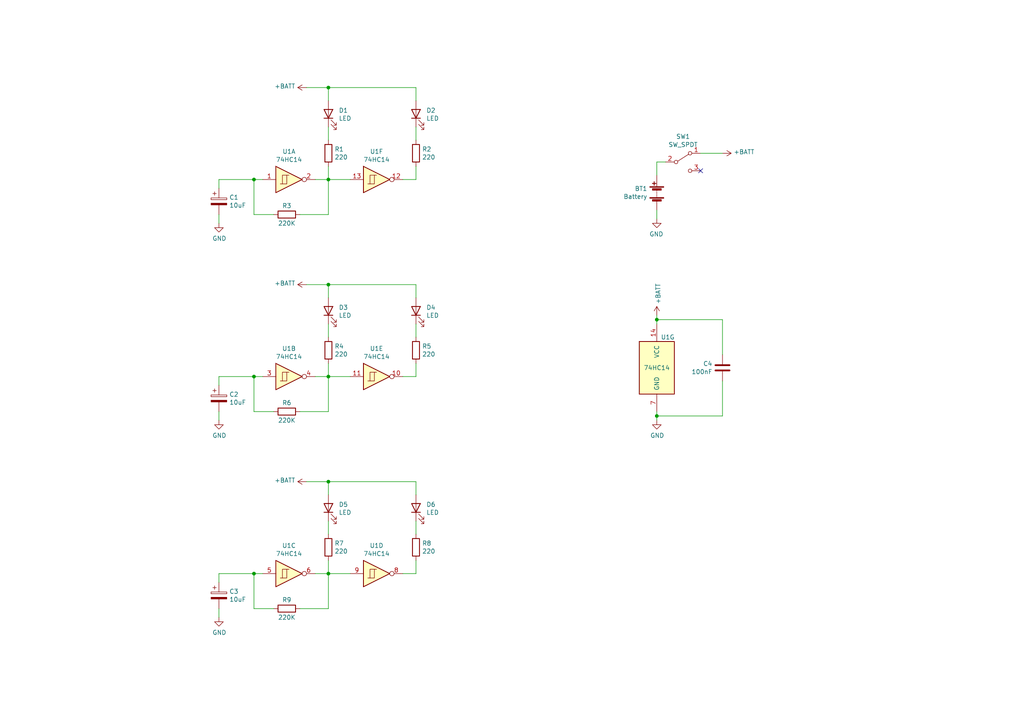
<source format=kicad_sch>
(kicad_sch (version 20211123) (generator eeschema)
  (paper "A4")
  (title_block (title "PCB CON LUCES LED") (date "2022-01-03") (rev "R3") (company "www.picuino.com") (comment 1 "Licencia Creative Commons Attribution-ShareAlike 4.0 International") (comment 2 "Autor: Carlos Pardo Martín"))
  (lib_symbols
    (symbol "74xx:74HC14" (pin_names (offset 1.016))
      (property "Reference" "U" (at 0 1.27 0))
      (property "Value" "74HC14" (at 0 -1.27 0))
      (symbol "74HC14_1_0"
        (polyline (pts (xy -3.81 3.81) (xy -3.81 -3.81) (xy 3.81 0) (xy -3.81 3.81)) (stroke (width 0.254)) (fill (type background)))
        (pin input line (at -7.62 0 0) (length 3.81) (name "~") (number "1"))
        (pin output inverted (at 7.62 0 180) (length 3.81) (name "~") (number "2"))
      )
      (symbol "74HC14_1_1"
        (polyline (pts (xy -1.905 -1.27) (xy -1.905 1.27) (xy -0.635 1.27)))
        (polyline (pts (xy -2.54 -1.27) (xy -0.635 -1.27) (xy -0.635 1.27) (xy 0 1.27)))
      )
      (symbol "74HC14_2_0"
        (polyline (pts (xy -3.81 3.81) (xy -3.81 -3.81) (xy 3.81 0) (xy -3.81 3.81)) (stroke (width 0.254)) (fill (type background)))
        (pin input line (at -7.62 0 0) (length 3.81) (name "~") (number "3"))
        (pin output inverted (at 7.62 0 180) (length 3.81) (name "~") (number "4"))
      )
      (symbol "74HC14_2_1"
        (polyline (pts (xy -1.905 -1.27) (xy -1.905 1.27) (xy -0.635 1.27)))
        (polyline (pts (xy -2.54 -1.27) (xy -0.635 -1.27) (xy -0.635 1.27) (xy 0 1.27)))
      )
      (symbol "74HC14_3_0"
        (polyline (pts (xy -3.81 3.81) (xy -3.81 -3.81) (xy 3.81 0) (xy -3.81 3.81)) (stroke (width 0.254)) (fill (type background)))
        (pin input line (at -7.62 0 0) (length 3.81) (name "~") (number "5"))
        (pin output inverted (at 7.62 0 180) (length 3.81) (name "~") (number "6"))
      )
      (symbol "74HC14_3_1"
        (polyline (pts (xy -1.905 -1.27) (xy -1.905 1.27) (xy -0.635 1.27)))
        (polyline (pts (xy -2.54 -1.27) (xy -0.635 -1.27) (xy -0.635 1.27) (xy 0 1.27)))
      )
      (symbol "74HC14_4_0"
        (polyline (pts (xy -3.81 3.81) (xy -3.81 -3.81) (xy 3.81 0) (xy -3.81 3.81)) (stroke (width 0.254)) (fill (type background)))
        (pin output inverted (at 7.62 0 180) (length 3.81) (name "~") (number "8"))
        (pin input line (at -7.62 0 0) (length 3.81) (name "~") (number "9"))
      )
      (symbol "74HC14_4_1"
        (polyline (pts (xy -1.905 -1.27) (xy -1.905 1.27) (xy -0.635 1.27)))
        (polyline (pts (xy -2.54 -1.27) (xy -0.635 -1.27) (xy -0.635 1.27) (xy 0 1.27)))
      )
      (symbol "74HC14_5_0"
        (polyline (pts (xy -3.81 3.81) (xy -3.81 -3.81) (xy 3.81 0) (xy -3.81 3.81)) (stroke (width 0.254)) (fill (type background)))
        (pin output inverted (at 7.62 0 180) (length 3.81) (name "~") (number "10"))
        (pin input line (at -7.62 0 0) (length 3.81) (name "~") (number "11"))
      )
      (symbol "74HC14_5_1"
        (polyline (pts (xy -1.905 -1.27) (xy -1.905 1.27) (xy -0.635 1.27)))
        (polyline (pts (xy -2.54 -1.27) (xy -0.635 -1.27) (xy -0.635 1.27) (xy 0 1.27)))
      )
      (symbol "74HC14_6_0"
        (polyline (pts (xy -3.81 3.81) (xy -3.81 -3.81) (xy 3.81 0) (xy -3.81 3.81)) (stroke (width 0.254)) (fill (type background)))
        (pin output inverted (at 7.62 0 180) (length 3.81) (name "~") (number "12"))
        (pin input line (at -7.62 0 0) (length 3.81) (name "~") (number "13"))
      )
      (symbol "74HC14_6_1"
        (polyline (pts (xy -1.905 -1.27) (xy -1.905 1.27) (xy -0.635 1.27)))
        (polyline (pts (xy -2.54 -1.27) (xy -0.635 -1.27) (xy -0.635 1.27) (xy 0 1.27)))
      )
      (symbol "74HC14_7_0"
        (pin power_in line (at 0 12.7 270) (length 5.08) (name "VCC") (number "14"))
        (pin power_in line (at 0 -12.7 90) (length 5.08) (name "GND") (number "7"))
      )
      (symbol "74HC14_7_1"
        (rectangle (start -5.08 7.62) (end 5.08 -7.62) (stroke (width 0.254)) (fill (type background)))
      )
    )
    (symbol "Device:Battery" (pin_numbers hide) (pin_names (offset 0) hide)
      (property "Reference" "BT" (at 2.54 2.54 0))
      (property "Value" "Battery" (at 2.54 0 0))
      (symbol "Battery_0_1"
        (rectangle (start -2.032 -1.397) (end 2.032 -1.651) (fill (type outline)))
        (rectangle (start -2.032 1.778) (end 2.032 1.524) (fill (type outline)))
        (rectangle (start -1.3208 -1.9812) (end 1.27 -2.4892) (fill (type outline)))
        (rectangle (start -1.3208 1.1938) (end 1.27 0.6858) (fill (type outline)))
        (polyline (pts (xy 0 -1.524) (xy 0 -1.27)))
        (polyline (pts (xy 0 -1.016) (xy 0 -0.762)))
        (polyline (pts (xy 0 -0.508) (xy 0 -0.254)))
        (polyline (pts (xy 0 0) (xy 0 0.254)))
        (polyline (pts (xy 0 0.508) (xy 0 0.762)))
        (polyline (pts (xy 0 1.778) (xy 0 2.54)))
        (polyline (pts (xy 0.254 2.667) (xy 1.27 2.667)) (stroke (width 0.254)))
        (polyline (pts (xy 0.762 3.175) (xy 0.762 2.159)) (stroke (width 0.254)))
      )
      (symbol "Battery_1_1"
        (pin passive line (at 0 5.08 270) (length 2.54) (name "+") (number "1"))
        (pin passive line (at 0 -5.08 90) (length 2.54) (name "-") (number "2"))
      )
    )
    (symbol "Device:C" (pin_numbers hide) (pin_names (offset 0.254))
      (property "Reference" "C" (at 0.635 2.54 0))
      (property "Value" "C" (at 0.635 -2.54 0))
      (symbol "C_0_1"
        (polyline (pts (xy -2.032 -0.762) (xy 2.032 -0.762)) (stroke (width 0.508)))
        (polyline (pts (xy -2.032 0.762) (xy 2.032 0.762)) (stroke (width 0.508)))
      )
      (symbol "C_1_1"
        (pin passive line (at 0 3.81 270) (length 2.794) (name "~") (number "1"))
        (pin passive line (at 0 -3.81 90) (length 2.794) (name "~") (number "2"))
      )
    )
    (symbol "Device:LED" (pin_numbers hide) (pin_names (offset 1.016) hide)
      (property "Reference" "D" (at 0 2.54 0))
      (property "Value" "LED" (at 0 -2.54 0))
      (symbol "LED_0_1"
        (polyline (pts (xy -1.27 -1.27) (xy -1.27 1.27)) (stroke (width 0.254)))
        (polyline (pts (xy -1.27 0) (xy 1.27 0)))
        (polyline (pts (xy 1.27 -1.27) (xy 1.27 1.27) (xy -1.27 0) (xy 1.27 -1.27)) (stroke (width 0.254)))
        (polyline (pts (xy -3.048 -0.762) (xy -4.572 -2.286) (xy -3.81 -2.286) (xy -4.572 -2.286) (xy -4.572 -1.524)))
        (polyline (pts (xy -1.778 -0.762) (xy -3.302 -2.286) (xy -2.54 -2.286) (xy -3.302 -2.286) (xy -3.302 -1.524)))
      )
      (symbol "LED_1_1"
        (pin passive line (at -3.81 0 0) (length 2.54) (name "K") (number "1"))
        (pin passive line (at 3.81 0 180) (length 2.54) (name "A") (number "2"))
      )
    )
    (symbol "Device:R" (pin_numbers hide) (pin_names (offset 0))
      (property "Reference" "R" (at 2.032 0 90))
      (property "Value" "R" (at 0 0 90))
      (symbol "R_0_1"
        (rectangle (start -1.016 -2.54) (end 1.016 2.54) (stroke (width 0.254)))
      )
      (symbol "R_1_1"
        (pin passive line (at 0 3.81 270) (length 1.27) (name "~") (number "1"))
        (pin passive line (at 0 -3.81 90) (length 1.27) (name "~") (number "2"))
      )
    )
    (symbol "Switch:SW_SPDT" (pin_names (offset 0) hide)
      (property "Reference" "SW" (at 0 4.318 0))
      (property "Value" "SW_SPDT" (at 0 -5.08 0))
      (symbol "SW_SPDT_0_0"
        (circle (center -2.032 0) (radius 0.508))
        (circle (center 2.032 -2.54) (radius 0.508))
      )
      (symbol "SW_SPDT_0_1"
        (polyline (pts (xy -1.524 0.254) (xy 1.651 2.286)))
        (circle (center 2.032 2.54) (radius 0.508))
      )
      (symbol "SW_SPDT_1_1"
        (pin passive line (at 5.08 2.54 180) (length 2.54) (name "A") (number "1"))
        (pin passive line (at -5.08 0 0) (length 2.54) (name "B") (number "2"))
        (pin passive line (at 5.08 -2.54 180) (length 2.54) (name "C") (number "3"))
      )
    )
    (symbol "electric-pcb-luces-led-rescue:CP-Device" (pin_numbers hide) (pin_names (offset 0.254))
      (property "Reference" "C" (at 0.635 2.54 0))
      (property "Value" "CP-Device" (at 0.635 -2.54 0))
      (symbol "CP-Device_0_1"
        (rectangle (start -2.286 0.508) (end 2.286 1.016))
        (polyline (pts (xy -1.778 2.286) (xy -0.762 2.286)))
        (polyline (pts (xy -1.27 2.794) (xy -1.27 1.778)))
        (rectangle (start 2.286 -0.508) (end -2.286 -1.016) (fill (type outline)))
      )
      (symbol "CP-Device_1_1"
        (pin passive line (at 0 3.81 270) (length 2.794) (name "~") (number "1"))
        (pin passive line (at 0 -3.81 90) (length 2.794) (name "~") (number "2"))
      )
    )
    (symbol "power:+BATT" (power) (pin_names (offset 0))
      (property "Value" "+BATT" (at 0 3.556 0))
      (symbol "+BATT_0_1"
        (polyline (pts (xy -0.762 1.27) (xy 0 2.54)))
        (polyline (pts (xy 0 0) (xy 0 2.54)))
        (polyline (pts (xy 0 2.54) (xy 0.762 1.27)))
      )
      (symbol "+BATT_1_1"
        (pin power_in line (at 0 0 90) (length 0) hide (name "+BATT") (number "1"))
      )
    )
    (symbol "power:GND" (power) (pin_names (offset 0))
      (property "Value" "GND" (at 0 -3.81 0))
      (symbol "GND_0_1"
        (polyline (pts (xy 0 0) (xy 0 -1.27) (xy 1.27 -1.27) (xy 0 -2.54) (xy -1.27 -1.27) (xy 0 -1.27)))
      )
      (symbol "GND_1_1"
        (pin power_in line (at 0 0 270) (length 0) hide (name "GND") (number "1"))
      )
    )
  )
  (junction (at 95.25 82.55))
  (junction (at 95.25 139.7))
  (junction (at 190.5 120.65))
  (junction (at 95.25 52.07))
  (junction (at 95.25 25.4))
  (junction (at 73.66 109.22))
  (junction (at 73.66 52.07))
  (junction (at 95.25 109.22))
  (junction (at 73.66 166.37))
  (junction (at 190.5 92.71))
  (junction (at 95.25 166.37))
  (no_connect (at 203.2 49.53))
  (wire (pts (xy 95.25 25.4) (xy 88.9 25.4)))
  (wire (pts (xy 63.5 52.07) (xy 73.66 52.07)))
  (wire (pts (xy 209.55 110.49) (xy 209.55 120.65)))
  (wire (pts (xy 73.66 109.22) (xy 76.2 109.22)))
  (wire (pts (xy 95.25 151.13) (xy 95.25 154.94)))
  (wire (pts (xy 95.25 109.22) (xy 95.25 119.38)))
  (wire (pts (xy 95.25 93.98) (xy 95.25 97.79)))
  (wire (pts (xy 190.5 120.65) (xy 209.55 120.65)))
  (wire (pts (xy 95.25 105.41) (xy 95.25 109.22)))
  (wire (pts (xy 95.25 52.07) (xy 91.44 52.07)))
  (wire (pts (xy 116.84 166.37) (xy 120.65 166.37)))
  (wire (pts (xy 120.65 166.37) (xy 120.65 162.56)))
  (wire (pts (xy 95.25 82.55) (xy 88.9 82.55)))
  (wire (pts (xy 95.25 52.07) (xy 101.6 52.07)))
  (wire (pts (xy 86.995 119.38) (xy 95.25 119.38)))
  (wire (pts (xy 190.5 46.99) (xy 190.5 50.8)))
  (wire (pts (xy 120.65 93.98) (xy 120.65 97.79)))
  (wire (pts (xy 63.5 166.37) (xy 73.66 166.37)))
  (wire (pts (xy 193.04 46.99) (xy 190.5 46.99)))
  (wire (pts (xy 95.25 82.55) (xy 95.25 86.36)))
  (wire (pts (xy 120.65 52.07) (xy 120.65 48.26)))
  (wire (pts (xy 95.25 139.7) (xy 88.9 139.7)))
  (wire (pts (xy 73.66 166.37) (xy 76.2 166.37)))
  (wire (pts (xy 120.65 86.36) (xy 120.65 82.55)))
  (wire (pts (xy 95.25 25.4) (xy 95.25 29.21)))
  (wire (pts (xy 120.65 143.51) (xy 120.65 139.7)))
  (wire (pts (xy 95.25 36.83) (xy 95.25 40.64)))
  (wire (pts (xy 120.65 25.4) (xy 95.25 25.4)))
  (wire (pts (xy 86.995 62.23) (xy 95.25 62.23)))
  (wire (pts (xy 73.66 166.37) (xy 73.66 176.53)))
  (wire (pts (xy 63.5 54.61) (xy 63.5 52.07)))
  (wire (pts (xy 190.5 92.71) (xy 190.5 93.98)))
  (wire (pts (xy 95.25 48.26) (xy 95.25 52.07)))
  (wire (pts (xy 63.5 109.22) (xy 73.66 109.22)))
  (wire (pts (xy 73.66 176.53) (xy 79.375 176.53)))
  (wire (pts (xy 120.65 29.21) (xy 120.65 25.4)))
  (wire (pts (xy 190.5 120.65) (xy 190.5 121.92)))
  (wire (pts (xy 120.65 151.13) (xy 120.65 154.94)))
  (wire (pts (xy 190.5 92.71) (xy 209.55 92.71)))
  (wire (pts (xy 63.5 111.76) (xy 63.5 109.22)))
  (wire (pts (xy 95.25 52.07) (xy 95.25 62.23)))
  (wire (pts (xy 120.65 36.83) (xy 120.65 40.64)))
  (wire (pts (xy 190.5 60.96) (xy 190.5 63.5)))
  (wire (pts (xy 73.66 62.23) (xy 79.375 62.23)))
  (wire (pts (xy 73.66 119.38) (xy 79.375 119.38)))
  (wire (pts (xy 95.25 166.37) (xy 95.25 176.53)))
  (wire (pts (xy 63.5 119.38) (xy 63.5 121.92)))
  (wire (pts (xy 86.995 176.53) (xy 95.25 176.53)))
  (wire (pts (xy 95.25 109.22) (xy 101.6 109.22)))
  (wire (pts (xy 120.65 82.55) (xy 95.25 82.55)))
  (wire (pts (xy 190.5 91.44) (xy 190.5 92.71)))
  (wire (pts (xy 73.66 109.22) (xy 73.66 119.38)))
  (wire (pts (xy 95.25 139.7) (xy 95.25 143.51)))
  (wire (pts (xy 95.25 109.22) (xy 91.44 109.22)))
  (wire (pts (xy 120.65 139.7) (xy 95.25 139.7)))
  (wire (pts (xy 95.25 166.37) (xy 101.6 166.37)))
  (wire (pts (xy 73.66 52.07) (xy 73.66 62.23)))
  (wire (pts (xy 63.5 176.53) (xy 63.5 179.07)))
  (wire (pts (xy 203.2 44.45) (xy 209.55 44.45)))
  (wire (pts (xy 116.84 52.07) (xy 120.65 52.07)))
  (wire (pts (xy 116.84 109.22) (xy 120.65 109.22)))
  (wire (pts (xy 120.65 109.22) (xy 120.65 105.41)))
  (wire (pts (xy 73.66 52.07) (xy 76.2 52.07)))
  (wire (pts (xy 209.55 92.71) (xy 209.55 102.87)))
  (wire (pts (xy 190.5 119.38) (xy 190.5 120.65)))
  (wire (pts (xy 63.5 62.23) (xy 63.5 64.77)))
  (wire (pts (xy 95.25 162.56) (xy 95.25 166.37)))
  (wire (pts (xy 95.25 166.37) (xy 91.44 166.37)))
  (wire (pts (xy 63.5 168.91) (xy 63.5 166.37)))
  (symbol (lib_id "74xx:74HC14") (at 83.82 52.07 0) (unit 1)
    (property "Reference" "U1" (at 83.82 43.942 0))
    (property "Value" "74HC14" (at 83.82 46.3042 0))
    (property "Footprint" "electric-pcb-luces-led:DIP-14_W7.62mm_Socket_LongPads" (effects hide))
    (property "Datasheet" "http://www.ti.com/lit/gpn/sn74HC14" (effects hide))
  )
  (symbol (lib_id "Device:LED") (at 95.25 33.02 90) (unit 1)
    (property "Reference" "D1" (at 98.2472 32.0294 90) (effects (justify right)))
    (property "Value" "LED" (at 98.2472 34.3408 90) (effects (justify right)))
    (property "Footprint" "electric-pcb-luces-led:LED_D5.0mm" (effects hide))
  )
  (symbol (lib_id "Device:R") (at 95.25 44.45 0) (unit 1)
    (property "Reference" "R1" (at 97.028 43.2816 0) (effects (justify left)))
    (property "Value" "220" (at 97.028 45.593 0) (effects (justify left)))
    (property "Footprint" "electric-pcb-luces-led:R_Axial_DIN0411_L9.9mm_D3.6mm_P12.70mm_Horizontal" (effects hide))
  )
  (symbol (lib_id "74xx:74HC14") (at 109.22 52.07 0) (unit 6)
    (property "Reference" "U1" (at 109.22 43.942 0))
    (property "Value" "74HC14" (at 109.22 46.3042 0))
    (property "Footprint" "electric-pcb-luces-led:DIP-14_W7.62mm_Socket_LongPads" (effects hide))
    (property "Datasheet" "http://www.ti.com/lit/gpn/sn74HC14" (effects hide))
  )
  (symbol (lib_id "Device:LED") (at 120.65 33.02 90) (unit 1)
    (property "Reference" "D2" (at 123.6472 32.0294 90) (effects (justify right)))
    (property "Value" "LED" (at 123.6472 34.3408 90) (effects (justify right)))
    (property "Footprint" "electric-pcb-luces-led:LED_D5.0mm" (effects hide))
  )
  (symbol (lib_id "Device:R") (at 120.65 44.45 0) (unit 1)
    (property "Reference" "R2" (at 122.428 43.2816 0) (effects (justify left)))
    (property "Value" "220" (at 122.428 45.593 0) (effects (justify left)))
    (property "Footprint" "electric-pcb-luces-led:R_Axial_DIN0411_L9.9mm_D3.6mm_P12.70mm_Horizontal" (effects hide))
  )
  (symbol (lib_id "Device:R") (at 83.185 62.23 270) (unit 1)
    (property "Reference" "R3" (at 83.185 59.69 90))
    (property "Value" "220K" (at 83.185 64.77 90))
    (property "Footprint" "electric-pcb-luces-led:R_Axial_DIN0411_L9.9mm_D3.6mm_P12.70mm_Horizontal" (effects hide))
  )
  (symbol (lib_id "electric-pcb-luces-led-rescue:CP-Device") (at 63.5 58.42 0) (unit 1)
    (property "Reference" "C1" (at 66.4972 57.2516 0) (effects (justify left)))
    (property "Value" "10uF" (at 66.4972 59.563 0) (effects (justify left)))
    (property "Footprint" "electric-pcb-luces-led:CP_Radial_D5.0mm_P2.00mm" (effects hide))
  )
  (symbol (lib_id "power:GND") (at 63.5 64.77 0) (unit 1)
    (property "Reference" "#PWR02" (effects hide))
    (property "Value" "GND" (at 63.627 69.1642 0))
  )
  (symbol (lib_id "74xx:74HC14") (at 83.82 109.22 0) (unit 2)
    (property "Reference" "U1" (at 83.82 101.092 0))
    (property "Value" "74HC14" (at 83.82 103.4542 0))
    (property "Footprint" "electric-pcb-luces-led:DIP-14_W7.62mm_Socket_LongPads" (effects hide))
    (property "Datasheet" "http://www.ti.com/lit/gpn/sn74HC14" (effects hide))
  )
  (symbol (lib_id "74xx:74HC14") (at 109.22 109.22 0) (unit 5)
    (property "Reference" "U1" (at 109.22 101.092 0))
    (property "Value" "74HC14" (at 109.22 103.4542 0))
    (property "Footprint" "electric-pcb-luces-led:DIP-14_W7.62mm_Socket_LongPads" (effects hide))
    (property "Datasheet" "http://www.ti.com/lit/gpn/sn74HC14" (effects hide))
  )
  (symbol (lib_id "74xx:74HC14") (at 83.82 166.37 0) (unit 3)
    (property "Reference" "U1" (at 83.82 158.242 0))
    (property "Value" "74HC14" (at 83.82 160.6042 0))
    (property "Footprint" "electric-pcb-luces-led:DIP-14_W7.62mm_Socket_LongPads" (effects hide))
    (property "Datasheet" "http://www.ti.com/lit/gpn/sn74HC14" (effects hide))
  )
  (symbol (lib_id "74xx:74HC14") (at 109.22 166.37 0) (unit 4)
    (property "Reference" "U1" (at 109.22 158.242 0))
    (property "Value" "74HC14" (at 109.22 160.6042 0))
    (property "Footprint" "electric-pcb-luces-led:DIP-14_W7.62mm_Socket_LongPads" (effects hide))
    (property "Datasheet" "http://www.ti.com/lit/gpn/sn74HC14" (effects hide))
  )
  (symbol (lib_id "power:+BATT") (at 88.9 25.4 90) (unit 1)
    (property "Reference" "#PWR01" (effects hide))
    (property "Value" "+BATT" (at 85.6742 25.019 90) (effects (justify left)))
  )
  (symbol (lib_id "Device:Battery") (at 190.5 55.88 0) (mirror y) (unit 1)
    (property "Reference" "BT1" (at 187.7568 54.7116 0) (effects (justify left)))
    (property "Value" "Battery" (at 187.7568 57.023 0) (effects (justify left)))
    (property "Footprint" "electric-pcb-luces-led:PinHeader_1x02_P2.54mm_Vertical" (effects hide))
  )
  (symbol (lib_id "power:GND") (at 190.5 63.5 0) (mirror y) (unit 1)
    (property "Reference" "#PWR0101" (effects hide))
    (property "Value" "GND" (at 190.373 67.8942 0))
  )
  (symbol (lib_id "power:+BATT") (at 209.55 44.45 270) (mirror x) (unit 1)
    (property "Reference" "#PWR0102" (effects hide))
    (property "Value" "+BATT" (at 212.7758 44.069 90) (effects (justify left)))
  )
  (symbol (lib_id "Device:C") (at 209.55 106.68 0) (mirror y) (unit 1)
    (property "Reference" "C4" (at 206.629 105.4862 0) (effects (justify left)))
    (property "Value" "100nF" (at 206.629 107.8484 0) (effects (justify left)))
    (property "Footprint" "electric-pcb-luces-led:C_Rect_L9.0mm_W3.2mm_P7.50mm_MKT" (effects hide))
  )
  (symbol (lib_id "Switch:SW_SPDT") (at 198.12 46.99 0) (unit 1)
    (property "Reference" "SW1" (at 198.12 39.5986 0))
    (property "Value" "SW_SPDT" (at 198.12 41.9608 0))
    (property "Footprint" "electric-pcb-luces-led:SW_Slide_1P2T_CK_OS102011MS2Q" (effects hide))
  )
  (symbol (lib_id "74xx:74HC14") (at 190.5 106.68 0) (unit 7)
    (property "Reference" "U1" (at 193.675 97.79 0))
    (property "Value" "74HC14" (at 190.5 106.68 0))
    (property "Footprint" "electric-pcb-luces-led:DIP-14_W7.62mm_Socket_LongPads" (effects hide))
    (property "Datasheet" "http://www.ti.com/lit/gpn/sn74HC14" (effects hide))
  )
  (symbol (lib_id "power:GND") (at 190.5 121.92 0) (unit 1)
    (property "Reference" "#PWR0103" (effects hide))
    (property "Value" "GND" (at 190.627 126.3142 0))
  )
  (symbol (lib_id "power:+BATT") (at 190.5 91.44 0) (unit 1)
    (property "Reference" "#PWR0104" (effects hide))
    (property "Value" "+BATT" (at 190.881 88.2142 90) (effects (justify left)))
  )
  (symbol (lib_id "Device:LED") (at 95.25 90.17 90) (unit 1)
    (property "Reference" "D3" (at 98.2472 89.1794 90) (effects (justify right)))
    (property "Value" "LED" (at 98.2472 91.4908 90) (effects (justify right)))
    (property "Footprint" "electric-pcb-luces-led:LED_D5.0mm" (effects hide))
  )
  (symbol (lib_id "Device:R") (at 95.25 101.6 0) (unit 1)
    (property "Reference" "R4" (at 97.028 100.4316 0) (effects (justify left)))
    (property "Value" "220" (at 97.028 102.743 0) (effects (justify left)))
    (property "Footprint" "electric-pcb-luces-led:R_Axial_DIN0411_L9.9mm_D3.6mm_P12.70mm_Horizontal" (effects hide))
  )
  (symbol (lib_id "Device:LED") (at 120.65 90.17 90) (unit 1)
    (property "Reference" "D4" (at 123.6472 89.1794 90) (effects (justify right)))
    (property "Value" "LED" (at 123.6472 91.4908 90) (effects (justify right)))
    (property "Footprint" "electric-pcb-luces-led:LED_D5.0mm" (effects hide))
  )
  (symbol (lib_id "Device:R") (at 120.65 101.6 0) (unit 1)
    (property "Reference" "R5" (at 122.428 100.4316 0) (effects (justify left)))
    (property "Value" "220" (at 122.428 102.743 0) (effects (justify left)))
    (property "Footprint" "electric-pcb-luces-led:R_Axial_DIN0411_L9.9mm_D3.6mm_P12.70mm_Horizontal" (effects hide))
  )
  (symbol (lib_id "Device:R") (at 83.185 119.38 270) (unit 1)
    (property "Reference" "R6" (at 83.185 116.84 90))
    (property "Value" "220K" (at 83.185 121.92 90))
    (property "Footprint" "electric-pcb-luces-led:R_Axial_DIN0411_L9.9mm_D3.6mm_P12.70mm_Horizontal" (effects hide))
  )
  (symbol (lib_id "power:+BATT") (at 88.9 82.55 90) (unit 1)
    (property "Reference" "#PWR0105" (effects hide))
    (property "Value" "+BATT" (at 85.6742 82.169 90) (effects (justify left)))
  )
  (symbol (lib_id "power:GND") (at 63.5 121.92 0) (unit 1)
    (property "Reference" "#PWR0106" (effects hide))
    (property "Value" "GND" (at 63.627 126.3142 0))
  )
  (symbol (lib_id "electric-pcb-luces-led-rescue:CP-Device") (at 63.5 115.57 0) (unit 1)
    (property "Reference" "C2" (at 66.4972 114.4016 0) (effects (justify left)))
    (property "Value" "10uF" (at 66.4972 116.713 0) (effects (justify left)))
    (property "Footprint" "electric-pcb-luces-led:CP_Radial_D5.0mm_P2.00mm" (effects hide))
  )
  (symbol (lib_id "Device:LED") (at 95.25 147.32 90) (unit 1)
    (property "Reference" "D5" (at 98.2472 146.3294 90) (effects (justify right)))
    (property "Value" "LED" (at 98.2472 148.6408 90) (effects (justify right)))
    (property "Footprint" "electric-pcb-luces-led:LED_D5.0mm" (effects hide))
  )
  (symbol (lib_id "Device:R") (at 95.25 158.75 0) (unit 1)
    (property "Reference" "R7" (at 97.028 157.5816 0) (effects (justify left)))
    (property "Value" "220" (at 97.028 159.893 0) (effects (justify left)))
    (property "Footprint" "electric-pcb-luces-led:R_Axial_DIN0411_L9.9mm_D3.6mm_P12.70mm_Horizontal" (effects hide))
  )
  (symbol (lib_id "Device:LED") (at 120.65 147.32 90) (unit 1)
    (property "Reference" "D6" (at 123.6472 146.3294 90) (effects (justify right)))
    (property "Value" "LED" (at 123.6472 148.6408 90) (effects (justify right)))
    (property "Footprint" "electric-pcb-luces-led:LED_D5.0mm" (effects hide))
  )
  (symbol (lib_id "Device:R") (at 120.65 158.75 0) (unit 1)
    (property "Reference" "R8" (at 122.428 157.5816 0) (effects (justify left)))
    (property "Value" "220" (at 122.428 159.893 0) (effects (justify left)))
    (property "Footprint" "electric-pcb-luces-led:R_Axial_DIN0411_L9.9mm_D3.6mm_P12.70mm_Horizontal" (effects hide))
  )
  (symbol (lib_id "Device:R") (at 83.185 176.53 270) (unit 1)
    (property "Reference" "R9" (at 83.185 173.99 90))
    (property "Value" "220K" (at 83.185 179.07 90))
    (property "Footprint" "electric-pcb-luces-led:R_Axial_DIN0411_L9.9mm_D3.6mm_P12.70mm_Horizontal" (effects hide))
  )
  (symbol (lib_id "power:+BATT") (at 88.9 139.7 90) (unit 1)
    (property "Reference" "#PWR0107" (effects hide))
    (property "Value" "+BATT" (at 85.6742 139.319 90) (effects (justify left)))
  )
  (symbol (lib_id "power:GND") (at 63.5 179.07 0) (unit 1)
    (property "Reference" "#PWR0108" (effects hide))
    (property "Value" "GND" (at 63.627 183.4642 0))
  )
  (symbol (lib_id "electric-pcb-luces-led-rescue:CP-Device") (at 63.5 172.72 0) (unit 1)
    (property "Reference" "C3" (at 66.4972 171.5516 0) (effects (justify left)))
    (property "Value" "10uF" (at 66.4972 173.863 0) (effects (justify left)))
    (property "Footprint" "electric-pcb-luces-led:CP_Radial_D5.0mm_P2.00mm" (effects hide))
  )
)
</source>
